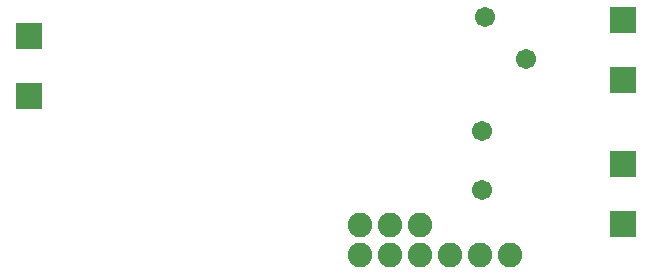
<source format=gbs>
G75*
G70*
%OFA0B0*%
%FSLAX24Y24*%
%IPPOS*%
%LPD*%
%AMOC8*
5,1,8,0,0,1.08239X$1,22.5*
%
%ADD10R,0.0907X0.0907*%
%ADD11C,0.0674*%
%ADD12C,0.0820*%
D10*
X005967Y011065D03*
X005967Y013065D03*
X025769Y013606D03*
X025769Y011606D03*
X025769Y008783D03*
X025769Y006783D03*
D11*
X021060Y007931D03*
X021060Y009899D03*
X022543Y012304D03*
X021151Y013696D03*
D12*
X018995Y006751D03*
X017995Y006751D03*
X017995Y005751D03*
X018995Y005751D03*
X019995Y005751D03*
X020995Y005751D03*
X021995Y005751D03*
X016995Y005751D03*
X016995Y006751D03*
M02*

</source>
